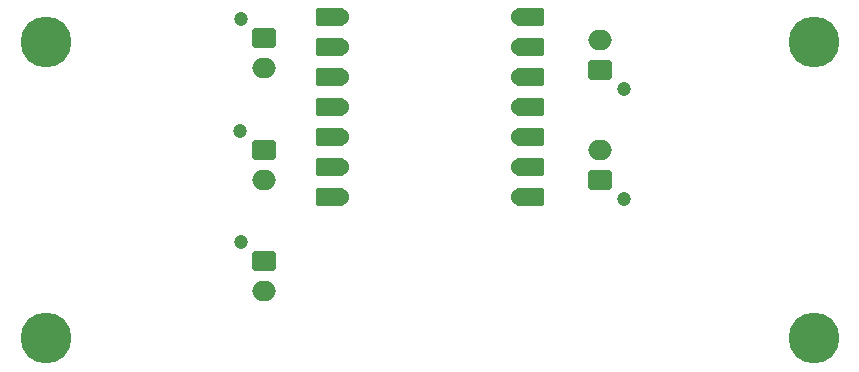
<source format=gts>
G04 #@! TF.GenerationSoftware,KiCad,Pcbnew,9.0.0-9.0.0-2~ubuntu24.04.1*
G04 #@! TF.CreationDate,2025-03-14T16:09:43-04:00*
G04 #@! TF.ProjectId,RiftBox,52696674-426f-4782-9e6b-696361645f70,rev?*
G04 #@! TF.SameCoordinates,Original*
G04 #@! TF.FileFunction,Soldermask,Top*
G04 #@! TF.FilePolarity,Negative*
%FSLAX46Y46*%
G04 Gerber Fmt 4.6, Leading zero omitted, Abs format (unit mm)*
G04 Created by KiCad (PCBNEW 9.0.0-9.0.0-2~ubuntu24.04.1) date 2025-03-14 16:09:43*
%MOMM*%
%LPD*%
G01*
G04 APERTURE LIST*
G04 Aperture macros list*
%AMRoundRect*
0 Rectangle with rounded corners*
0 $1 Rounding radius*
0 $2 $3 $4 $5 $6 $7 $8 $9 X,Y pos of 4 corners*
0 Add a 4 corners polygon primitive as box body*
4,1,4,$2,$3,$4,$5,$6,$7,$8,$9,$2,$3,0*
0 Add four circle primitives for the rounded corners*
1,1,$1+$1,$2,$3*
1,1,$1+$1,$4,$5*
1,1,$1+$1,$6,$7*
1,1,$1+$1,$8,$9*
0 Add four rect primitives between the rounded corners*
20,1,$1+$1,$2,$3,$4,$5,0*
20,1,$1+$1,$4,$5,$6,$7,0*
20,1,$1+$1,$6,$7,$8,$9,0*
20,1,$1+$1,$8,$9,$2,$3,0*%
G04 Aperture macros list end*
%ADD10C,4.300000*%
%ADD11O,2.000000X1.700000*%
%ADD12RoundRect,0.250000X-0.750000X0.600000X-0.750000X-0.600000X0.750000X-0.600000X0.750000X0.600000X0*%
%ADD13C,1.200000*%
%ADD14RoundRect,0.250000X0.750000X-0.600000X0.750000X0.600000X-0.750000X0.600000X-0.750000X-0.600000X0*%
%ADD15RoundRect,0.152400X-1.063600X-0.609600X1.063600X-0.609600X1.063600X0.609600X-1.063600X0.609600X0*%
%ADD16C,1.524000*%
%ADD17RoundRect,0.152400X1.063600X0.609600X-1.063600X0.609600X-1.063600X-0.609600X1.063600X-0.609600X0*%
G04 APERTURE END LIST*
D10*
X130000000Y-80000000D03*
D11*
X148500000Y-76040000D03*
D12*
X148500000Y-73500000D03*
D13*
X146500000Y-71900000D03*
X146480000Y-53020000D03*
D12*
X148480000Y-54620000D03*
D11*
X148480000Y-57160000D03*
D13*
X146455000Y-62480000D03*
D12*
X148455000Y-64080000D03*
D11*
X148455000Y-66620000D03*
D13*
X178930000Y-58970000D03*
D14*
X176930000Y-57370000D03*
D11*
X176930000Y-54830000D03*
D13*
X178955000Y-68260000D03*
D14*
X176955000Y-66660000D03*
D11*
X176955000Y-64120000D03*
D10*
X195000000Y-80000000D03*
X195000000Y-55000000D03*
X130000000Y-55000000D03*
D15*
X170955000Y-52880000D03*
D16*
X170120000Y-52880000D03*
D15*
X170955000Y-55420000D03*
D16*
X170120000Y-55420000D03*
D15*
X170955000Y-57960000D03*
D16*
X170120000Y-57960000D03*
D15*
X170955000Y-60500000D03*
D16*
X170120000Y-60500000D03*
D15*
X170955000Y-63040000D03*
D16*
X170120000Y-63040000D03*
D15*
X170955000Y-65580000D03*
D16*
X170120000Y-65580000D03*
D15*
X170955000Y-68120000D03*
D16*
X170120000Y-68120000D03*
X154880000Y-68120000D03*
D17*
X154045000Y-68120000D03*
D16*
X154880000Y-65580000D03*
D17*
X154045000Y-65580000D03*
D16*
X154880000Y-63040000D03*
D17*
X154045000Y-63040000D03*
D16*
X154880000Y-60500000D03*
D17*
X154045000Y-60500000D03*
D16*
X154880000Y-57960000D03*
D17*
X154045000Y-57960000D03*
D16*
X154880000Y-55420000D03*
D17*
X154045000Y-55420000D03*
D16*
X154880000Y-52880000D03*
D17*
X154045000Y-52880000D03*
M02*

</source>
